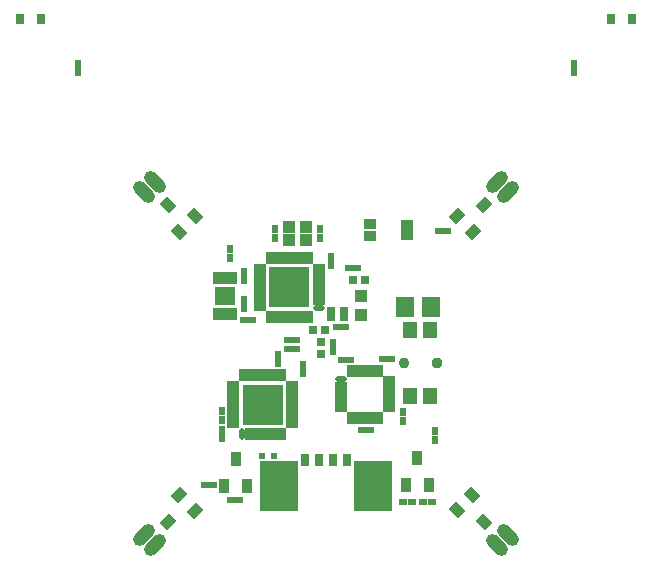
<source format=gts>
%FSLAX25Y25*%
%MOIN*%
G70*
G01*
G75*
G04 Layer_Color=8388736*
%ADD10C,0.01000*%
%ADD11C,0.02200*%
%ADD12C,0.01100*%
%ADD13R,0.02205X0.02677*%
%ADD14R,0.11811X0.15748*%
%ADD15R,0.01181X0.01575*%
%ADD16R,0.01575X0.01772*%
%ADD17R,0.01772X0.01575*%
%ADD18R,0.02362X0.01969*%
%ADD19R,0.01969X0.02362*%
%ADD20R,0.05315X0.05906*%
%ADD21R,0.01969X0.03937*%
%ADD22R,0.03100X0.03100*%
%ADD23R,0.03150X0.01181*%
%ADD24R,0.01181X0.03150*%
%ADD25O,0.01181X0.03150*%
%ADD26R,0.12598X0.12598*%
%ADD27R,0.12598X0.12598*%
%ADD28O,0.03150X0.01181*%
%ADD29R,0.02559X0.03740*%
G04:AMPARAMS|DCode=30|XSize=37.4mil|YSize=25.59mil|CornerRadius=0mil|HoleSize=0mil|Usage=FLASHONLY|Rotation=315.000|XOffset=0mil|YOffset=0mil|HoleType=Round|Shape=Rectangle|*
%AMROTATEDRECTD30*
4,1,4,-0.02227,0.00418,-0.00418,0.02227,0.02227,-0.00418,0.00418,-0.02227,-0.02227,0.00418,0.0*
%
%ADD30ROTATEDRECTD30*%

G04:AMPARAMS|DCode=31|XSize=37.4mil|YSize=25.59mil|CornerRadius=0mil|HoleSize=0mil|Usage=FLASHONLY|Rotation=225.000|XOffset=0mil|YOffset=0mil|HoleType=Round|Shape=Rectangle|*
%AMROTATEDRECTD31*
4,1,4,0.00418,0.02227,0.02227,0.00418,-0.00418,-0.02227,-0.02227,-0.00418,0.00418,0.02227,0.0*
%
%ADD31ROTATEDRECTD31*%

%ADD32R,0.03543X0.03150*%
%ADD33R,0.06299X0.05118*%
%ADD34R,0.01181X0.03543*%
%ADD35R,0.03150X0.06299*%
%ADD36R,0.03150X0.02559*%
%ADD37R,0.03937X0.04724*%
%ADD38R,0.02756X0.03150*%
%ADD39R,0.02362X0.03347*%
%ADD40C,0.03000*%
%ADD41C,0.00800*%
%ADD42C,0.02000*%
G04:AMPARAMS|DCode=43|XSize=35.43mil|YSize=78.74mil|CornerRadius=0mil|HoleSize=0mil|Usage=FLASHONLY|Rotation=45.000|XOffset=0mil|YOffset=0mil|HoleType=Round|Shape=Round|*
%AMOVALD43*
21,1,0.04331,0.03543,0.00000,0.00000,135.0*
1,1,0.03543,0.01531,-0.01531*
1,1,0.03543,-0.01531,0.01531*
%
%ADD43OVALD43*%

G04:AMPARAMS|DCode=44|XSize=47.24mil|YSize=23.62mil|CornerRadius=0mil|HoleSize=0mil|Usage=FLASHONLY|Rotation=45.000|XOffset=0mil|YOffset=0mil|HoleType=Round|Shape=Round|*
%AMOVALD44*
21,1,0.02362,0.02362,0.00000,0.00000,45.0*
1,1,0.02362,-0.00835,-0.00835*
1,1,0.02362,0.00835,0.00835*
%
%ADD44OVALD44*%

G04:AMPARAMS|DCode=45|XSize=47.24mil|YSize=23.62mil|CornerRadius=0mil|HoleSize=0mil|Usage=FLASHONLY|Rotation=315.000|XOffset=0mil|YOffset=0mil|HoleType=Round|Shape=Round|*
%AMOVALD45*
21,1,0.02362,0.02362,0.00000,0.00000,315.0*
1,1,0.02362,-0.00835,0.00835*
1,1,0.02362,0.00835,-0.00835*
%
%ADD45OVALD45*%

G04:AMPARAMS|DCode=46|XSize=35.43mil|YSize=78.74mil|CornerRadius=0mil|HoleSize=0mil|Usage=FLASHONLY|Rotation=315.000|XOffset=0mil|YOffset=0mil|HoleType=Round|Shape=Round|*
%AMOVALD46*
21,1,0.04331,0.03543,0.00000,0.00000,45.0*
1,1,0.03543,-0.01531,-0.01531*
1,1,0.03543,0.01531,0.01531*
%
%ADD46OVALD46*%

%ADD47O,0.02756X0.02953*%
%ADD48C,0.02953*%
%ADD49C,0.02700*%
%ADD50R,0.03005X0.03477*%
%ADD51R,0.12611X0.16548*%
%ADD52R,0.01981X0.02375*%
%ADD53R,0.02375X0.02572*%
%ADD54R,0.02572X0.02375*%
%ADD55R,0.03162X0.02769*%
%ADD56R,0.02769X0.03162*%
%ADD57R,0.06115X0.06706*%
%ADD58R,0.02769X0.04737*%
%ADD59R,0.03900X0.03900*%
%ADD60R,0.03950X0.01981*%
%ADD61R,0.01981X0.03950*%
%ADD62O,0.01981X0.03950*%
%ADD63R,0.13398X0.13398*%
%ADD64R,0.13398X0.13398*%
%ADD65O,0.03950X0.01981*%
%ADD66R,0.03359X0.04540*%
G04:AMPARAMS|DCode=67|XSize=45.4mil|YSize=33.59mil|CornerRadius=0mil|HoleSize=0mil|Usage=FLASHONLY|Rotation=315.000|XOffset=0mil|YOffset=0mil|HoleType=Round|Shape=Rectangle|*
%AMROTATEDRECTD67*
4,1,4,-0.02793,0.00418,-0.00418,0.02793,0.02793,-0.00418,0.00418,-0.02793,-0.02793,0.00418,0.0*
%
%ADD67ROTATEDRECTD67*%

G04:AMPARAMS|DCode=68|XSize=45.4mil|YSize=33.59mil|CornerRadius=0mil|HoleSize=0mil|Usage=FLASHONLY|Rotation=225.000|XOffset=0mil|YOffset=0mil|HoleType=Round|Shape=Rectangle|*
%AMROTATEDRECTD68*
4,1,4,0.00418,0.02793,0.02793,0.00418,-0.00418,-0.02793,-0.02793,-0.00418,0.00418,0.02793,0.0*
%
%ADD68ROTATEDRECTD68*%

%ADD69R,0.04343X0.03950*%
%ADD70R,0.07099X0.05918*%
%ADD71R,0.01981X0.04343*%
%ADD72R,0.03950X0.07099*%
%ADD73R,0.03950X0.03359*%
%ADD74R,0.04737X0.05524*%
%ADD75R,0.03556X0.03950*%
%ADD76R,0.03162X0.04147*%
G04:AMPARAMS|DCode=77|XSize=43.43mil|YSize=86.74mil|CornerRadius=0mil|HoleSize=0mil|Usage=FLASHONLY|Rotation=45.000|XOffset=0mil|YOffset=0mil|HoleType=Round|Shape=Round|*
%AMOVALD77*
21,1,0.04331,0.04343,0.00000,0.00000,135.0*
1,1,0.04343,0.01531,-0.01531*
1,1,0.04343,-0.01531,0.01531*
%
%ADD77OVALD77*%

G04:AMPARAMS|DCode=78|XSize=43.43mil|YSize=86.74mil|CornerRadius=0mil|HoleSize=0mil|Usage=FLASHONLY|Rotation=315.000|XOffset=0mil|YOffset=0mil|HoleType=Round|Shape=Round|*
%AMOVALD78*
21,1,0.04331,0.04343,0.00000,0.00000,45.0*
1,1,0.04343,-0.01531,-0.01531*
1,1,0.04343,0.01531,0.01531*
%
%ADD78OVALD78*%

%ADD79O,0.03556X0.03753*%
%ADD80C,0.03753*%
D50*
X134252Y361024D02*
D03*
X141339D02*
D03*
X338189D02*
D03*
X331102D02*
D03*
D51*
X251969Y205118D02*
D03*
X220472D02*
D03*
D52*
X218898Y215354D02*
D03*
X214961D02*
D03*
D53*
X209055Y276575D02*
D03*
Y273819D02*
D03*
X238583Y250197D02*
D03*
Y252953D02*
D03*
X237795Y281693D02*
D03*
Y278937D02*
D03*
X209055Y264370D02*
D03*
Y267126D02*
D03*
X201575Y223819D02*
D03*
Y221063D02*
D03*
X219291Y290748D02*
D03*
Y287992D02*
D03*
X234252D02*
D03*
Y290748D02*
D03*
X261811Y229724D02*
D03*
Y226969D02*
D03*
X220079Y249016D02*
D03*
Y246260D02*
D03*
X318898Y343110D02*
D03*
Y345866D02*
D03*
X153543Y343110D02*
D03*
Y345866D02*
D03*
X204331Y281299D02*
D03*
Y284055D02*
D03*
X272441Y223425D02*
D03*
Y220669D02*
D03*
X201575Y230118D02*
D03*
Y227362D02*
D03*
X228740Y242717D02*
D03*
Y245472D02*
D03*
D54*
X246654Y277953D02*
D03*
X243898D02*
D03*
X239961Y258268D02*
D03*
X242717D02*
D03*
X223425Y250787D02*
D03*
X226181D02*
D03*
X223425Y253937D02*
D03*
X226181D02*
D03*
X207283Y200394D02*
D03*
X204528D02*
D03*
X268701Y200000D02*
D03*
X271457D02*
D03*
X262008D02*
D03*
X264764D02*
D03*
X258071Y247638D02*
D03*
X255315D02*
D03*
X248228Y224016D02*
D03*
X250984D02*
D03*
X276634Y290265D02*
D03*
X273879D02*
D03*
X195866Y205512D02*
D03*
X198622D02*
D03*
X211614Y260630D02*
D03*
X208858D02*
D03*
X244291Y247244D02*
D03*
X241535D02*
D03*
D55*
X234646Y249213D02*
D03*
Y253150D02*
D03*
D56*
X249213Y274016D02*
D03*
X245276D02*
D03*
X235827Y257087D02*
D03*
X231890D02*
D03*
D57*
X262697Y264961D02*
D03*
X271161D02*
D03*
D58*
X237992Y262598D02*
D03*
X242323D02*
D03*
D59*
X248031Y268454D02*
D03*
Y262254D02*
D03*
D60*
X205315Y225394D02*
D03*
Y227362D02*
D03*
Y229331D02*
D03*
Y231299D02*
D03*
Y233268D02*
D03*
Y235236D02*
D03*
Y237205D02*
D03*
Y239173D02*
D03*
X225000D02*
D03*
Y237205D02*
D03*
Y235236D02*
D03*
Y233268D02*
D03*
Y231299D02*
D03*
Y229331D02*
D03*
Y227362D02*
D03*
Y225394D02*
D03*
X233858Y266535D02*
D03*
Y268504D02*
D03*
Y270472D02*
D03*
Y272441D02*
D03*
Y274409D02*
D03*
Y276378D02*
D03*
Y278346D02*
D03*
X214173D02*
D03*
Y276378D02*
D03*
Y274409D02*
D03*
Y272441D02*
D03*
Y270472D02*
D03*
Y268504D02*
D03*
Y266535D02*
D03*
Y264567D02*
D03*
X241339Y238779D02*
D03*
Y236811D02*
D03*
Y234842D02*
D03*
Y232874D02*
D03*
Y230906D02*
D03*
X257087D02*
D03*
Y232874D02*
D03*
Y234842D02*
D03*
Y236811D02*
D03*
Y238779D02*
D03*
Y240748D02*
D03*
D61*
X208268Y242126D02*
D03*
X210236D02*
D03*
X212205D02*
D03*
X214173D02*
D03*
X216142D02*
D03*
X218110D02*
D03*
X220079D02*
D03*
X222047D02*
D03*
Y222441D02*
D03*
X220079D02*
D03*
X218110D02*
D03*
X216142D02*
D03*
X214173D02*
D03*
X212205D02*
D03*
X210236D02*
D03*
X230906Y281299D02*
D03*
X228937D02*
D03*
X226969D02*
D03*
X225000D02*
D03*
X223031D02*
D03*
X221063D02*
D03*
X219094D02*
D03*
X217126D02*
D03*
Y261614D02*
D03*
X219094D02*
D03*
X221063D02*
D03*
X223031D02*
D03*
X225000D02*
D03*
X226969D02*
D03*
X228937D02*
D03*
X230906D02*
D03*
X244291Y227953D02*
D03*
X246260D02*
D03*
X248228D02*
D03*
X250197D02*
D03*
X252165D02*
D03*
X254134D02*
D03*
Y243701D02*
D03*
X252165D02*
D03*
X250197D02*
D03*
X248228D02*
D03*
X246260D02*
D03*
X244291D02*
D03*
D62*
X208268Y222441D02*
D03*
D63*
X215158Y232283D02*
D03*
D64*
X224016Y271457D02*
D03*
D65*
X233858Y264567D02*
D03*
X241339Y240748D02*
D03*
D66*
X206102Y214173D02*
D03*
X209842Y205118D02*
D03*
X202362D02*
D03*
X262992Y205512D02*
D03*
X270472D02*
D03*
X266732Y214567D02*
D03*
D67*
X285039Y202362D02*
D03*
X279750Y197073D02*
D03*
X288798Y193315D02*
D03*
X183643Y298811D02*
D03*
X192691Y295053D02*
D03*
X187402Y289764D02*
D03*
D68*
X183472Y193092D02*
D03*
X187230Y202140D02*
D03*
X192520Y196850D02*
D03*
X279921Y295276D02*
D03*
X285211Y289986D02*
D03*
X288969Y299034D02*
D03*
D69*
X229528Y287205D02*
D03*
Y291535D02*
D03*
X224016Y287205D02*
D03*
Y291535D02*
D03*
D70*
X202559Y268504D02*
D03*
D71*
X199606Y262598D02*
D03*
X201575D02*
D03*
X203543D02*
D03*
X205512D02*
D03*
X199606Y274410D02*
D03*
X201575D02*
D03*
X203543D02*
D03*
X205512D02*
D03*
D72*
X263386Y290551D02*
D03*
D73*
X250787Y288681D02*
D03*
Y292421D02*
D03*
D74*
X271063Y257087D02*
D03*
X264370D02*
D03*
X271063Y235039D02*
D03*
X264370D02*
D03*
D75*
X247835Y198917D02*
D03*
X224606D02*
D03*
D76*
X243307Y213779D02*
D03*
X238583D02*
D03*
X229134D02*
D03*
X233858D02*
D03*
D77*
X175591Y303150D02*
D03*
X179134Y306693D02*
D03*
X293307Y185433D02*
D03*
X296850Y188976D02*
D03*
D78*
X296850Y303150D02*
D03*
X293307Y306693D02*
D03*
X175591Y188976D02*
D03*
X179134Y185433D02*
D03*
D79*
X262303Y246063D02*
D03*
D80*
X273130D02*
D03*
M02*

</source>
